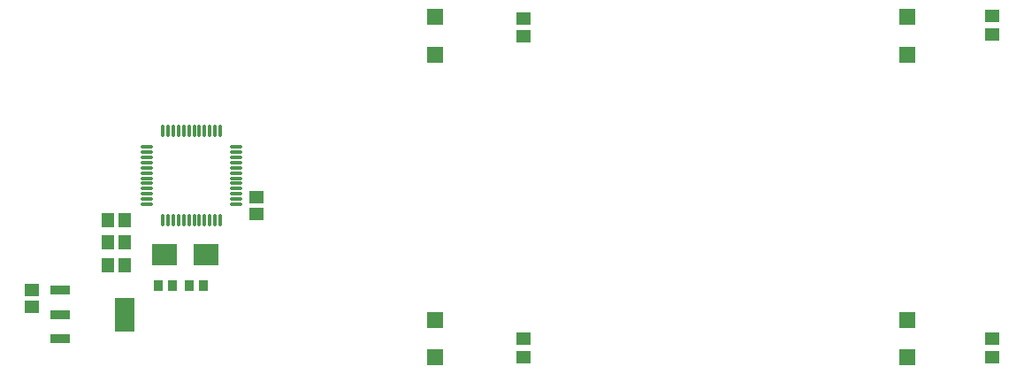
<source format=gbp>
G04*
G04 #@! TF.GenerationSoftware,Altium Limited,Altium Designer,22.9.1 (49)*
G04*
G04 Layer_Color=128*
%FSLAX44Y44*%
%MOMM*%
G71*
G04*
G04 #@! TF.SameCoordinates,C968DB6C-065F-4184-BE5B-E643EC6D71FD*
G04*
G04*
G04 #@! TF.FilePolarity,Positive*
G04*
G01*
G75*
%ADD12R,1.6000X1.5000*%
%ADD13R,1.3500X1.1500*%
%ADD33O,0.3000X1.2000*%
%ADD34O,1.2000X0.3000*%
%ADD35R,1.3000X1.4000*%
%ADD36R,1.8500X0.9000*%
%ADD37R,1.8500X3.2000*%
%ADD38R,0.9000X1.0000*%
%ADD39R,2.4000X2.0000*%
%ADD40R,1.4000X1.3000*%
D12*
X441000Y348000D02*
D03*
Y312000D02*
D03*
X893000Y348000D02*
D03*
Y312000D02*
D03*
Y22000D02*
D03*
Y58000D02*
D03*
X441000Y22000D02*
D03*
Y58000D02*
D03*
D13*
X526000Y329000D02*
D03*
Y346500D02*
D03*
X975000Y331000D02*
D03*
Y348500D02*
D03*
X975000Y39750D02*
D03*
Y22250D02*
D03*
X526000Y39750D02*
D03*
Y22250D02*
D03*
D33*
X235500Y153500D02*
D03*
X230500D02*
D03*
X225500D02*
D03*
X220500D02*
D03*
X215500D02*
D03*
X210500D02*
D03*
X205500D02*
D03*
X200500D02*
D03*
X195500D02*
D03*
X190500D02*
D03*
X185500D02*
D03*
X180500D02*
D03*
Y238500D02*
D03*
X185500D02*
D03*
X190500D02*
D03*
X195500D02*
D03*
X200500D02*
D03*
X205500D02*
D03*
X210500D02*
D03*
X215500D02*
D03*
X220500D02*
D03*
X225500D02*
D03*
X230500D02*
D03*
X235500D02*
D03*
D34*
X165500Y168500D02*
D03*
Y173500D02*
D03*
Y178500D02*
D03*
Y183500D02*
D03*
Y188500D02*
D03*
Y193500D02*
D03*
Y198500D02*
D03*
Y203500D02*
D03*
Y208500D02*
D03*
Y213500D02*
D03*
Y218500D02*
D03*
Y223500D02*
D03*
X250500D02*
D03*
Y218500D02*
D03*
Y213500D02*
D03*
Y208500D02*
D03*
Y203500D02*
D03*
Y198500D02*
D03*
Y193500D02*
D03*
Y188500D02*
D03*
Y183500D02*
D03*
Y178500D02*
D03*
Y173500D02*
D03*
Y168500D02*
D03*
D35*
X128000Y153000D02*
D03*
X144000D02*
D03*
X128000Y132000D02*
D03*
X144000D02*
D03*
X144000Y110000D02*
D03*
X128000D02*
D03*
D36*
X82000Y40000D02*
D03*
Y63000D02*
D03*
Y86000D02*
D03*
D37*
X144000Y63000D02*
D03*
D38*
X189750Y91000D02*
D03*
X176250D02*
D03*
X206250D02*
D03*
X219750D02*
D03*
D39*
X222000Y120000D02*
D03*
X182000D02*
D03*
D40*
X270000Y175000D02*
D03*
Y159000D02*
D03*
X55000Y86000D02*
D03*
Y70000D02*
D03*
M02*

</source>
